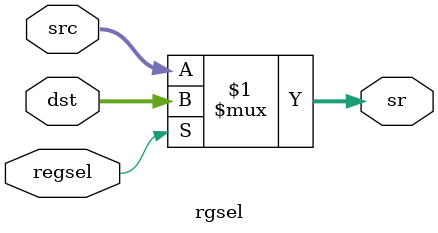
<source format=v>
`timescale 1ns / 1ps
module rgsel(
input [2:0] dst,
input [2:0] src,
input regsel,
output [2:0]sr);
assign sr=regsel?dst:src;
endmodule
</source>
